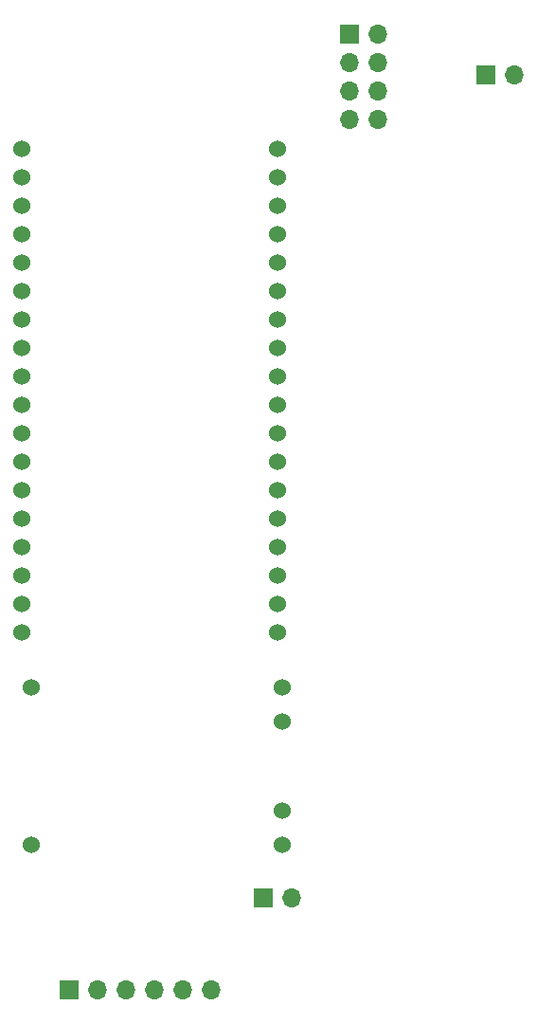
<source format=gbr>
%TF.GenerationSoftware,KiCad,Pcbnew,8.0.8*%
%TF.CreationDate,2025-07-12T12:46:12+02:00*%
%TF.ProjectId,lora_sensor_case-sensor_bottom,6c6f7261-5f73-4656-9e73-6f725f636173,rev?*%
%TF.SameCoordinates,Original*%
%TF.FileFunction,Soldermask,Top*%
%TF.FilePolarity,Negative*%
%FSLAX46Y46*%
G04 Gerber Fmt 4.6, Leading zero omitted, Abs format (unit mm)*
G04 Created by KiCad (PCBNEW 8.0.8) date 2025-07-12 12:46:12*
%MOMM*%
%LPD*%
G01*
G04 APERTURE LIST*
%ADD10R,1.700000X1.700000*%
%ADD11O,1.700000X1.700000*%
%ADD12C,1.524000*%
G04 APERTURE END LIST*
D10*
%TO.C,J1*%
X126250000Y-122250000D03*
D11*
X128790000Y-122250000D03*
%TD*%
D12*
%TO.C,U1*%
X127500000Y-98540000D03*
X127500000Y-96000000D03*
X127500000Y-93460000D03*
X127500000Y-90920000D03*
X127500000Y-88380000D03*
X127500000Y-85840000D03*
X127500000Y-83300000D03*
X127500000Y-80760000D03*
X127500000Y-78220000D03*
X127500000Y-75680000D03*
X127500000Y-73140000D03*
X127500000Y-70600000D03*
X127500000Y-68060000D03*
X127500000Y-65520000D03*
X127500000Y-62980000D03*
X127500000Y-60440000D03*
X127500000Y-57900000D03*
X127500000Y-55360000D03*
X104640000Y-98540000D03*
X104640000Y-96000000D03*
X104640000Y-93460000D03*
X104640000Y-90920000D03*
X104640000Y-88380000D03*
X104640000Y-85840000D03*
X104640000Y-83300000D03*
X104640000Y-80760000D03*
X104640000Y-78220000D03*
X104640000Y-75680000D03*
X104640000Y-73140000D03*
X104640000Y-70600000D03*
X104640000Y-68060000D03*
X104640000Y-65520000D03*
X104640000Y-62980000D03*
X104640000Y-60440000D03*
X104640000Y-57900000D03*
X104640000Y-55360000D03*
%TD*%
D10*
%TO.C,U2*%
X108920000Y-130500000D03*
D11*
X111460000Y-130500000D03*
X114000000Y-130500000D03*
X116540000Y-130500000D03*
X119080000Y-130500000D03*
X121620000Y-130500000D03*
%TD*%
D12*
%TO.C,U4*%
X105500000Y-103500000D03*
X105500000Y-117500000D03*
X128000000Y-103500000D03*
X128000000Y-106500000D03*
X128000000Y-114500000D03*
X128000000Y-117500000D03*
%TD*%
D10*
%TO.C,J3*%
X146210000Y-48750000D03*
D11*
X148750000Y-48750000D03*
%TD*%
D10*
%TO.C,J2*%
X134000000Y-45130000D03*
D11*
X136540000Y-45130000D03*
X134000000Y-47670000D03*
X136540000Y-47670000D03*
X134000000Y-50210000D03*
X136540000Y-50210000D03*
X134000000Y-52750000D03*
X136540000Y-52750000D03*
%TD*%
M02*

</source>
